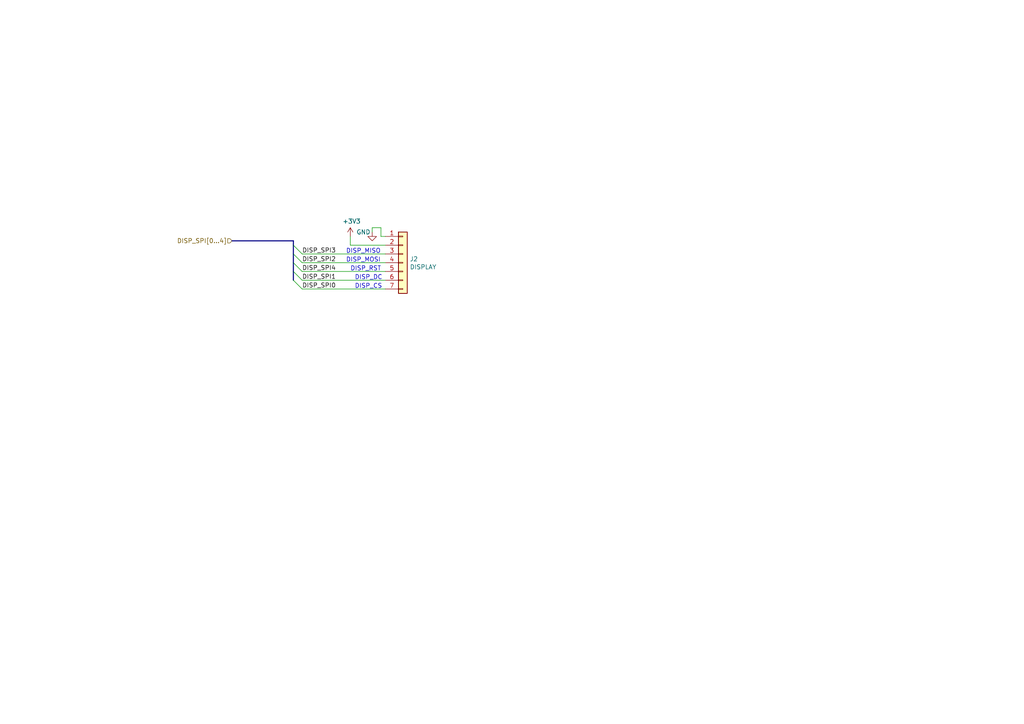
<source format=kicad_sch>
(kicad_sch (version 20211123) (generator eeschema)
  (paper "A4")
  (lib_symbols
    (symbol "Connector_Generic:Conn_01x07" (pin_names (offset 1.016) hide)
      (property "Reference" "J" (at 0 10.16 0))
      (property "Value" "Conn_01x07" (at 0 -10.16 0))
      (symbol "Conn_01x07_1_1"
        (rectangle (start -1.27 -7.493) (end 0 -7.747) (stroke (width 0.1524)))
        (rectangle (start -1.27 -4.953) (end 0 -5.207) (stroke (width 0.1524)))
        (rectangle (start -1.27 -2.413) (end 0 -2.667) (stroke (width 0.1524)))
        (rectangle (start -1.27 0.127) (end 0 -0.127) (stroke (width 0.1524)))
        (rectangle (start -1.27 2.667) (end 0 2.413) (stroke (width 0.1524)))
        (rectangle (start -1.27 5.207) (end 0 4.953) (stroke (width 0.1524)))
        (rectangle (start -1.27 7.747) (end 0 7.493) (stroke (width 0.1524)))
        (rectangle (start -1.27 8.89) (end 1.27 -8.89) (stroke (width 0.254)) (fill (type background)))
        (pin passive line (at -5.08 7.62 0) (length 3.81) (name "Pin_1") (number "1"))
        (pin passive line (at -5.08 5.08 0) (length 3.81) (name "Pin_2") (number "2"))
        (pin passive line (at -5.08 2.54 0) (length 3.81) (name "Pin_3") (number "3"))
        (pin passive line (at -5.08 0 0) (length 3.81) (name "Pin_4") (number "4"))
        (pin passive line (at -5.08 -2.54 0) (length 3.81) (name "Pin_5") (number "5"))
        (pin passive line (at -5.08 -5.08 0) (length 3.81) (name "Pin_6") (number "6"))
        (pin passive line (at -5.08 -7.62 0) (length 3.81) (name "Pin_7") (number "7"))
      )
    )
    (symbol "power:+3.3V" (power) (pin_names (offset 0))
      (property "Value" "+3.3V" (at 0 3.556 0))
      (symbol "+3.3V_0_1"
        (polyline (pts (xy -0.762 1.27) (xy 0 2.54)))
        (polyline (pts (xy 0 0) (xy 0 2.54)))
        (polyline (pts (xy 0 2.54) (xy 0.762 1.27)))
      )
      (symbol "+3.3V_1_1"
        (pin power_in line (at 0 0 90) (length 0) hide (name "+3V3") (number "1"))
      )
    )
    (symbol "power:GND" (power) (pin_names (offset 0))
      (property "Value" "GND" (at 0 -3.81 0))
      (symbol "GND_0_1"
        (polyline (pts (xy 0 0) (xy 0 -1.27) (xy 1.27 -1.27) (xy 0 -2.54) (xy -1.27 -1.27) (xy 0 -1.27)))
      )
      (symbol "GND_1_1"
        (pin power_in line (at 0 0 270) (length 0) hide (name "GND") (number "1"))
      )
    )
  )
  (bus_entry (at 85.09 76.2) (size 2.54 2.54))
  (bus_entry (at 85.09 81.28) (size 2.54 2.54))
  (bus_entry (at 85.09 73.66) (size 2.54 2.54))
  (bus_entry (at 85.09 78.74) (size 2.54 2.54))
  (bus_entry (at 85.09 71.12) (size 2.54 2.54))
  (wire (pts (xy 101.6 71.12) (xy 101.6 68.58)))
  (bus (pts (xy 85.09 69.85) (xy 85.09 71.12)))
  (wire (pts (xy 111.76 71.12) (xy 101.6 71.12)))
  (bus (pts (xy 85.09 71.12) (xy 85.09 73.66)))
  (wire (pts (xy 87.63 78.74) (xy 111.76 78.74)))
  (wire (pts (xy 87.63 81.28) (xy 111.76 81.28)))
  (bus (pts (xy 85.09 78.74) (xy 85.09 81.28)))
  (wire (pts (xy 110.49 66.04) (xy 110.49 68.58)))
  (bus (pts (xy 85.09 73.66) (xy 85.09 76.2)))
  (wire (pts (xy 87.63 76.2) (xy 111.76 76.2)))
  (wire (pts (xy 107.95 66.04) (xy 110.49 66.04)))
  (bus (pts (xy 85.09 69.85) (xy 67.31 69.85)))
  (wire (pts (xy 110.49 68.58) (xy 111.76 68.58)))
  (bus (pts (xy 85.09 76.2) (xy 85.09 78.74)))
  (wire (pts (xy 107.95 66.04) (xy 107.95 67.31)))
  (wire (pts (xy 87.63 73.66) (xy 111.76 73.66)))
  (wire (pts (xy 87.63 83.82) (xy 111.76 83.82)))
  (text "DISP_MOSI" (at 100.33 76.2 0) (effects (font (size 1.27 1.27)) (justify left bottom)))
  (text "DISP_RST" (at 101.6 78.74 0) (effects (font (size 1.27 1.27)) (justify left bottom)))
  (text "DISP_DC" (at 102.87 81.28 0) (effects (font (size 1.27 1.27)) (justify left bottom)))
  (text "DISP_MISO" (at 100.33 73.66 0) (effects (font (size 1.27 1.27)) (justify left bottom)))
  (text "DISP_CS" (at 102.87 83.82 0) (effects (font (size 1.27 1.27)) (justify left bottom)))
  (label "DISP_SPI1" (at 87.63 81.28 0))
  (label "DISP_SPI4" (at 87.63 78.74 0))
  (label "DISP_SPI2" (at 87.63 76.2 0))
  (label "DISP_SPI3" (at 87.63 73.66 0))
  (label "DISP_SPI0" (at 87.63 83.82 0))
  (hierarchical_label "DISP_SPI[0...4]" (shape input) (at 67.31 69.85 180))
  (symbol (lib_id "Connector_Generic:Conn_01x07") (at 116.84 76.2 0) (unit 1)
    (property "Reference" "J2" (at 118.8466 75.1332 0) (effects (justify left)))
    (property "Value" "DISPLAY" (at 118.8466 77.4446 0) (effects (justify left)))
    (property "Footprint" "digikey-footprints:SSD_1306" (effects hide))
  )
  (symbol (lib_id "power:GND") (at 107.95 67.31 0)
    (property "Reference" "#PWR0107" (effects hide))
    (property "Value" "GND" (at 105.41 67.31 0))
  )
  (symbol (lib_id "power:+3.3V") (at 101.6 68.58 0)
    (property "Reference" "#PWR0109" (effects hide))
    (property "Value" "+3.3V" (at 101.981 64.1858 0))
  )
)
</source>
